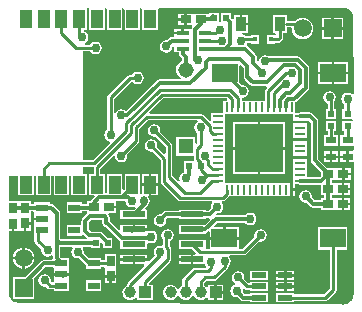
<source format=gtl>
G04*
G04 #@! TF.GenerationSoftware,Altium Limited,Altium Designer,18.0.9 (584)*
G04*
G04 Layer_Physical_Order=1*
G04 Layer_Color=255*
%FSLAX25Y25*%
%MOIN*%
G70*
G01*
G75*
%ADD14C,0.01000*%
%ADD16R,0.01575X0.01575*%
%ADD17R,0.08622X0.06299*%
%ADD18R,0.03543X0.02756*%
%ADD19R,0.03543X0.02362*%
%ADD20R,0.02362X0.01968*%
%ADD21R,0.04800X0.02000*%
%ADD22R,0.02756X0.03543*%
%ADD23R,0.04400X0.01400*%
%ADD24R,0.01968X0.02362*%
%ADD25R,0.03937X0.02362*%
%ADD26R,0.07800X0.02100*%
%ADD27R,0.03937X0.05906*%
%ADD28R,0.01102X0.03347*%
%ADD29R,0.03347X0.01102*%
%ADD30R,0.16142X0.16142*%
%ADD31R,0.03600X0.04800*%
%ADD56C,0.01200*%
%ADD57C,0.05150*%
%ADD58R,0.05150X0.05150*%
%ADD59R,0.03937X0.03937*%
%ADD60C,0.03937*%
%ADD61C,0.05906*%
%ADD62R,0.05906X0.05906*%
%ADD63R,0.05906X0.05906*%
%ADD64C,0.03000*%
G36*
X213013Y199339D02*
X213645Y199077D01*
X214213Y198697D01*
X214697Y198213D01*
X215077Y197645D01*
X215339Y197013D01*
X215472Y196342D01*
Y196067D01*
X215469Y196035D01*
X215471Y196024D01*
X215422Y195779D01*
X215422Y195722D01*
X215472Y195468D01*
X215488Y170705D01*
X215132Y170561D01*
X214988Y170531D01*
X214319Y170978D01*
X213500Y171141D01*
X212681Y170978D01*
X211986Y170514D01*
X211522Y169819D01*
X211359Y169000D01*
X211522Y168181D01*
X211986Y167486D01*
X212379Y167224D01*
Y165553D01*
X211719D01*
Y162384D01*
X215140D01*
X215358Y161916D01*
X214994Y161616D01*
X211719D01*
Y158447D01*
X212379D01*
Y157037D01*
X211128D01*
Y153475D01*
X215499D01*
X215500Y151879D01*
X215147Y151525D01*
X213900D01*
Y149744D01*
Y147963D01*
X215503D01*
X215531Y104122D01*
X215529Y104103D01*
X215488Y103951D01*
X215465Y103621D01*
X215354Y103052D01*
X215164Y102531D01*
X214896Y102047D01*
X214555Y101610D01*
X214150Y101231D01*
X213691Y100921D01*
X213189Y100686D01*
X212923Y100609D01*
X212770Y100529D01*
X212725Y100529D01*
X212605Y100506D01*
X212483Y100511D01*
X212416Y100501D01*
X212281Y100485D01*
X212145Y100475D01*
X212009Y100469D01*
X212007D01*
X211976Y100472D01*
X211964Y100470D01*
X211731Y100518D01*
X104571Y101028D01*
X104539Y101030D01*
X104526Y101029D01*
X104278Y101078D01*
X104276Y101078D01*
X104274Y101078D01*
X104218Y101078D01*
X103968Y101028D01*
X103658D01*
X102987Y101161D01*
X102355Y101423D01*
X101787Y101803D01*
X101303Y102287D01*
X100923Y102855D01*
X100661Y103487D01*
X100528Y104158D01*
Y104500D01*
Y125069D01*
X101600D01*
Y127441D01*
X102400D01*
Y125069D01*
X103547D01*
X103978Y125069D01*
X104454Y125128D01*
X105600D01*
Y127500D01*
X106000D01*
Y127900D01*
X107978D01*
Y129746D01*
X107978Y129872D01*
Y130247D01*
X107978Y130372D01*
Y131517D01*
X108665D01*
X109018Y131163D01*
Y130959D01*
X109018Y130459D01*
Y129400D01*
X111587D01*
Y128600D01*
X109018D01*
Y127541D01*
X109018Y127219D01*
X109018Y126719D01*
Y123479D01*
X109138D01*
Y121740D01*
X109138Y121740D01*
X109224Y121311D01*
X109467Y120947D01*
X111451Y118963D01*
X111359Y118500D01*
X111522Y117681D01*
X111986Y116986D01*
X112681Y116522D01*
X113500Y116359D01*
X114319Y116522D01*
X114777Y116827D01*
X115277Y116560D01*
Y115827D01*
X114979Y115464D01*
X112350D01*
X111882Y115371D01*
X111485Y115105D01*
X105932Y109553D01*
X101947D01*
Y102447D01*
X109053D01*
Y109212D01*
X112857Y113017D01*
X115164D01*
X115518Y112663D01*
Y112459D01*
X115518Y111959D01*
Y110900D01*
X118087D01*
X120655D01*
Y111959D01*
X120655Y112281D01*
X120655Y112781D01*
Y116021D01*
X118036D01*
X117724Y116334D01*
Y119776D01*
X121560D01*
X121827Y119276D01*
X121522Y118819D01*
X121359Y118000D01*
X121522Y117181D01*
X121986Y116486D01*
X122681Y116022D01*
X123500Y115859D01*
X123963Y115951D01*
X126345Y113569D01*
Y112459D01*
X131482D01*
Y113119D01*
X132168D01*
X132522Y112765D01*
X132522Y112253D01*
X132522Y112128D01*
Y110282D01*
X134500D01*
X136478D01*
Y112128D01*
X136478Y112253D01*
Y112628D01*
X136478Y112753D01*
Y117372D01*
X132522D01*
Y115362D01*
X131482D01*
Y116021D01*
X127065D01*
X125549Y117537D01*
X125641Y118000D01*
X125478Y118819D01*
X125173Y119276D01*
X125440Y119776D01*
X127979D01*
Y119219D01*
X131147D01*
Y120862D01*
X131608Y121063D01*
X131916Y120814D01*
Y119219D01*
X135084D01*
Y122781D01*
X133449D01*
X131846Y124384D01*
X131449Y124649D01*
X130981Y124742D01*
X127988D01*
X127224Y125507D01*
Y127833D01*
X128048Y128658D01*
X131745D01*
Y127500D01*
X131838Y127032D01*
X132103Y126635D01*
X132500Y126370D01*
X132968Y126277D01*
X133067Y126296D01*
X137478Y121885D01*
X137800Y121670D01*
Y118850D01*
X146800D01*
Y120721D01*
X147300Y120998D01*
X148000Y120859D01*
X148819Y121022D01*
X149514Y121486D01*
X149978Y122181D01*
X150141Y123000D01*
X149978Y123819D01*
X149514Y124514D01*
X148819Y124978D01*
X148000Y125141D01*
X147300Y125002D01*
X147123Y125100D01*
X142300D01*
Y125500D01*
X141900D01*
Y127150D01*
X137800D01*
Y125677D01*
X137338Y125486D01*
X134334Y128490D01*
X134192Y128585D01*
Y129469D01*
X134099Y129937D01*
X133834Y130334D01*
X133645Y130522D01*
X133852Y131022D01*
X136431D01*
Y132600D01*
X134059D01*
Y133400D01*
X136431D01*
Y134978D01*
X136895Y135065D01*
X139306D01*
X139359Y135000D01*
X139522Y134181D01*
X139986Y133486D01*
X140681Y133022D01*
X141500Y132859D01*
X142319Y133022D01*
X142515Y133153D01*
X142834Y132764D01*
X142220Y132150D01*
X137800D01*
Y128850D01*
X146800D01*
Y132150D01*
X146334D01*
X146142Y132612D01*
X146365Y132835D01*
X146628Y133228D01*
X147014Y133486D01*
X147478Y134181D01*
X147641Y135000D01*
X147478Y135819D01*
X147098Y136388D01*
X147269Y136845D01*
Y140041D01*
X145101D01*
Y137419D01*
X144792Y137249D01*
X144332Y137548D01*
Y143994D01*
X139195D01*
Y138930D01*
X138888Y138681D01*
X138427Y138881D01*
Y143994D01*
X133290D01*
Y137512D01*
X132521D01*
Y143994D01*
X131074D01*
Y145726D01*
X135398Y150049D01*
X135892Y149836D01*
X136022Y149181D01*
X136486Y148486D01*
X137181Y148022D01*
X138000Y147859D01*
X138819Y148022D01*
X139514Y148486D01*
X139978Y149181D01*
X140141Y150000D01*
X140049Y150463D01*
X143793Y154207D01*
X143793Y154207D01*
X144036Y154571D01*
X144122Y155000D01*
X144122Y155000D01*
Y159035D01*
X146965Y161878D01*
X163380D01*
X163531Y161378D01*
X162986Y161014D01*
X162522Y160319D01*
X162359Y159500D01*
X162522Y158681D01*
X162986Y157986D01*
X163378Y157724D01*
Y154134D01*
X163175Y153978D01*
X162675Y154224D01*
Y156379D01*
X156325D01*
Y150030D01*
X162278D01*
Y148923D01*
X162278Y148923D01*
X162321Y148709D01*
X161962Y148294D01*
X161935Y148281D01*
X158979D01*
Y144719D01*
X158601Y144425D01*
X157986Y144014D01*
X157522Y143319D01*
X157359Y142500D01*
X157499Y141794D01*
X157097Y141503D01*
X157087Y141499D01*
X155122Y143465D01*
Y153500D01*
X155122Y153500D01*
X155036Y153929D01*
X154793Y154293D01*
X154793Y154293D01*
X151049Y158037D01*
X151141Y158500D01*
X150978Y159319D01*
X150514Y160014D01*
X149819Y160478D01*
X149000Y160641D01*
X148181Y160478D01*
X147486Y160014D01*
X147022Y159319D01*
X146859Y158500D01*
X147022Y157681D01*
X147486Y156986D01*
X148181Y156522D01*
X149000Y156359D01*
X149463Y156451D01*
X152878Y153035D01*
Y150861D01*
X152417Y150670D01*
X150049Y153037D01*
X150141Y153500D01*
X149978Y154319D01*
X149514Y155014D01*
X148819Y155478D01*
X148000Y155641D01*
X147181Y155478D01*
X146486Y155014D01*
X146022Y154319D01*
X145859Y153500D01*
X146022Y152681D01*
X146486Y151986D01*
X147181Y151522D01*
X148000Y151359D01*
X148463Y151451D01*
X151278Y148635D01*
Y141337D01*
X151278Y141337D01*
X151364Y140908D01*
X151607Y140544D01*
X156944Y135207D01*
X156944Y135207D01*
X157308Y134964D01*
X157737Y134878D01*
X157737Y134878D01*
X168200D01*
X168395Y134378D01*
X168022Y133819D01*
X167859Y133000D01*
X167927Y132657D01*
X166993Y131723D01*
X166200D01*
Y132150D01*
X157200D01*
Y131723D01*
X153000D01*
X152532Y131630D01*
X152135Y131365D01*
X151343Y130573D01*
X151000Y130641D01*
X150181Y130478D01*
X149486Y130014D01*
X149022Y129319D01*
X148859Y128500D01*
X149022Y127681D01*
X149486Y126986D01*
X150181Y126522D01*
X151000Y126359D01*
X151819Y126522D01*
X152514Y126986D01*
X152978Y127681D01*
X153141Y128500D01*
X153073Y128843D01*
X153507Y129277D01*
X157200D01*
Y128850D01*
X166200D01*
Y129277D01*
X167339D01*
X167554Y128857D01*
X167563Y128793D01*
X165920Y127150D01*
X157200D01*
Y123850D01*
X166200D01*
Y124316D01*
X166468Y124370D01*
X166865Y124635D01*
X167056Y124826D01*
X167518Y124635D01*
Y122900D01*
X172029D01*
Y126250D01*
X169133D01*
X168942Y126711D01*
X170007Y127777D01*
X179292D01*
X179486Y127486D01*
X180181Y127022D01*
X181000Y126859D01*
X181819Y127022D01*
X182514Y127486D01*
X182978Y128181D01*
X183141Y129000D01*
X182978Y129819D01*
X182514Y130514D01*
X181819Y130978D01*
X181000Y131141D01*
X180181Y130978D01*
X179486Y130514D01*
X179292Y130224D01*
X170006D01*
X169756Y130724D01*
X169876Y130883D01*
X170000Y130859D01*
X170819Y131022D01*
X171514Y131486D01*
X171978Y132181D01*
X172141Y133000D01*
X171978Y133819D01*
X171605Y134378D01*
X171800Y134878D01*
X172000D01*
X172000Y134878D01*
X172429Y134964D01*
X172793Y135207D01*
X173966Y136380D01*
X173966Y136380D01*
X174077Y136546D01*
X194427D01*
Y138819D01*
Y141092D01*
X172592D01*
Y142491D01*
Y144459D01*
Y146428D01*
Y148396D01*
Y150365D01*
Y152333D01*
Y154302D01*
Y156270D01*
Y158239D01*
Y160207D01*
Y162176D01*
Y163908D01*
X195408D01*
Y162176D01*
Y161758D01*
X197681D01*
X199954D01*
Y161779D01*
X200454Y161969D01*
X201276Y161147D01*
Y148500D01*
X201370Y148032D01*
X201635Y147635D01*
X204628Y144641D01*
Y143359D01*
X204166Y142897D01*
X199954D01*
Y146428D01*
Y149147D01*
X197681D01*
X195408D01*
Y148396D01*
Y146428D01*
Y144459D01*
Y142491D01*
Y141092D01*
X195227D01*
Y139219D01*
X195978D01*
Y140522D01*
X197317D01*
X197681Y140450D01*
X204569D01*
Y137022D01*
X205717D01*
Y135978D01*
X204569D01*
Y135223D01*
X202507D01*
X201573Y136157D01*
X201641Y136500D01*
X201478Y137319D01*
X201014Y138014D01*
X200319Y138478D01*
X199500Y138641D01*
X198681Y138478D01*
X197986Y138014D01*
X197522Y137319D01*
X197359Y136500D01*
X197522Y135681D01*
X197986Y134986D01*
X198681Y134522D01*
X199500Y134359D01*
X199843Y134427D01*
X201135Y133135D01*
X201532Y132870D01*
X202000Y132776D01*
X204569D01*
Y132022D01*
X209187D01*
X209313Y132022D01*
X209687D01*
X209813Y132022D01*
X211659D01*
Y134000D01*
Y135978D01*
X209813D01*
X209687Y135978D01*
X209313D01*
X209187Y135978D01*
X208164D01*
Y137022D01*
X209187D01*
X209313Y137022D01*
X209687D01*
X209813Y137022D01*
X211659D01*
Y139000D01*
Y140978D01*
X209813D01*
X209687Y140978D01*
X209313D01*
X209187Y140978D01*
X208224D01*
Y142022D01*
X209246D01*
X209372Y142022D01*
X209747D01*
X209872Y142022D01*
X211718D01*
Y144000D01*
Y145978D01*
X209872D01*
X209747Y145978D01*
X209372D01*
X209246Y145978D01*
X206752D01*
X203724Y149007D01*
Y161654D01*
X203630Y162122D01*
X203365Y162519D01*
X201692Y164192D01*
X201295Y164457D01*
X200827Y164550D01*
X197681D01*
X197317Y164478D01*
X195978D01*
Y167880D01*
X196200Y167924D01*
X196597Y168189D01*
X200365Y171958D01*
X200630Y172355D01*
X200724Y172823D01*
Y179364D01*
X200630Y179832D01*
X200365Y180229D01*
X197729Y182865D01*
X197332Y183130D01*
X196864Y183223D01*
X187200D01*
X186819Y183478D01*
X186000Y183641D01*
X185181Y183478D01*
X184486Y183014D01*
X184022Y182319D01*
X183919Y181802D01*
X183400Y181570D01*
X183174Y181735D01*
Y183095D01*
X183081Y183563D01*
X182816Y183960D01*
X180211Y186565D01*
X179814Y186830D01*
X179905Y187322D01*
X180078Y187581D01*
X180106Y187718D01*
X181167D01*
Y187453D01*
X183941D01*
Y190227D01*
X181167D01*
Y189962D01*
X179543D01*
X178919Y190378D01*
X178307Y190500D01*
X178356Y191000D01*
X180450D01*
Y193600D01*
X178050D01*
Y194000D01*
X177650D01*
Y197000D01*
X175650D01*
Y195739D01*
X175215Y195583D01*
X175150Y195580D01*
X174584Y196146D01*
Y197781D01*
X171416D01*
Y194983D01*
X170935Y194522D01*
X170685Y194534D01*
X170647Y194581D01*
Y197781D01*
X167479D01*
Y197505D01*
X166990Y197478D01*
Y197478D01*
X162372D01*
X162247Y197478D01*
X161872D01*
X161747Y197478D01*
X159900D01*
Y195500D01*
Y193522D01*
X161588D01*
X161771Y193181D01*
X161808Y193022D01*
X161582Y192683D01*
X161300Y192300D01*
X158900D01*
Y191000D01*
X158500D01*
Y190600D01*
X155700D01*
Y189623D01*
X154900D01*
X154432Y189530D01*
X154035Y189265D01*
X153343Y188573D01*
X153000Y188641D01*
X152181Y188478D01*
X151486Y188014D01*
X151022Y187319D01*
X150859Y186500D01*
X151022Y185681D01*
X151486Y184986D01*
X152181Y184522D01*
X153000Y184359D01*
X153819Y184522D01*
X154514Y184986D01*
X154978Y185681D01*
X155132Y186456D01*
X155168Y186519D01*
X155200Y186540D01*
X155700Y186277D01*
Y184500D01*
X157276D01*
Y184000D01*
X157370Y183532D01*
X157635Y183135D01*
X158276Y182493D01*
Y181725D01*
X157899Y181569D01*
X157236Y181060D01*
X156727Y180396D01*
X156407Y179624D01*
X156298Y178795D01*
X156407Y177966D01*
X156727Y177194D01*
X157236Y176531D01*
X157877Y176039D01*
X157880Y175988D01*
X157699Y175539D01*
X150886D01*
X150418Y175446D01*
X150021Y175181D01*
X139824Y164983D01*
X139514Y165014D01*
X138819Y165478D01*
X138000Y165641D01*
X137181Y165478D01*
X136486Y165014D01*
X136122Y164469D01*
X135622Y164620D01*
Y169035D01*
X141288Y174702D01*
X141872Y174656D01*
X141986Y174486D01*
X142681Y174022D01*
X143500Y173859D01*
X144319Y174022D01*
X145014Y174486D01*
X145478Y175181D01*
X145641Y176000D01*
X145478Y176819D01*
X145014Y177514D01*
X144319Y177978D01*
X143500Y178141D01*
X142681Y177978D01*
X141986Y177514D01*
X141724Y177122D01*
X141000D01*
X141000Y177122D01*
X140571Y177036D01*
X140207Y176793D01*
X140207Y176793D01*
X133707Y170293D01*
X133464Y169929D01*
X133378Y169500D01*
X133378Y169500D01*
Y158776D01*
X132986Y158514D01*
X132522Y157819D01*
X132359Y157000D01*
X132522Y156181D01*
X132986Y155486D01*
X133681Y155022D01*
X134138Y154931D01*
X134302Y154388D01*
X128535Y148622D01*
X125515D01*
X125162Y148976D01*
X125238Y184878D01*
X127724D01*
X127986Y184486D01*
X128681Y184022D01*
X129500Y183859D01*
X130319Y184022D01*
X131014Y184486D01*
X131478Y185181D01*
X131641Y186000D01*
X131478Y186819D01*
X131014Y187514D01*
X130319Y187978D01*
X129500Y188141D01*
X128681Y187978D01*
X127986Y187514D01*
X127724Y187122D01*
X126120D01*
X125969Y187622D01*
X126514Y187986D01*
X126978Y188681D01*
X127141Y189500D01*
X126978Y190319D01*
X126514Y191014D01*
X125819Y191478D01*
X125678Y191506D01*
X125727Y192006D01*
X126616D01*
Y199112D01*
X126668Y199168D01*
X127332D01*
X127384Y199112D01*
X127384Y198972D01*
Y192006D01*
X132521D01*
Y198972D01*
X132521Y199112D01*
X132574Y199168D01*
X132871D01*
X133290Y198689D01*
Y192006D01*
X138427D01*
Y198972D01*
X138427Y199112D01*
X138479Y199168D01*
X138776D01*
X139195Y198689D01*
Y192006D01*
X144332D01*
Y198972D01*
X144332Y199112D01*
X144385Y199168D01*
X144682D01*
X145101Y198689D01*
Y192006D01*
X150238D01*
Y198972D01*
X150238Y199112D01*
X150575Y199472D01*
X211433D01*
X211465Y199469D01*
X211476Y199471D01*
X211722Y199422D01*
X211778D01*
X212032Y199472D01*
X212342D01*
X213013Y199339D01*
D02*
G37*
G36*
X178927Y179343D02*
Y176350D01*
X179020Y175881D01*
X179285Y175485D01*
X181135Y173635D01*
X181532Y173370D01*
X182000Y173276D01*
X186306D01*
X186523Y172786D01*
X186160Y172423D01*
X185917Y172059D01*
X185831Y171630D01*
X185831Y171630D01*
Y168454D01*
X178405D01*
X178262Y168954D01*
X178469Y169307D01*
X178704Y169399D01*
X179319Y169522D01*
X180014Y169986D01*
X180478Y170681D01*
X180641Y171500D01*
X180478Y172319D01*
X180014Y173014D01*
X179319Y173478D01*
X178500Y173641D01*
X178154Y173572D01*
X177471Y174255D01*
Y180145D01*
X177933Y180337D01*
X178927Y179343D01*
D02*
G37*
G36*
X173479Y168908D02*
X173283Y168454D01*
X172022D01*
Y164478D01*
X168046D01*
Y161871D01*
X167584Y161679D01*
X165470Y163793D01*
X165106Y164036D01*
X164677Y164122D01*
X164677Y164122D01*
X147598D01*
X147407Y164584D01*
X152052Y169229D01*
X173217D01*
X173479Y168908D01*
D02*
G37*
G36*
X128831Y146190D02*
X128831Y146190D01*
Y143994D01*
X127384D01*
Y136888D01*
X129005D01*
X129196Y136426D01*
X127748Y134978D01*
X126569D01*
Y133964D01*
X124982D01*
Y134521D01*
X119845D01*
Y130959D01*
X124982D01*
Y131517D01*
X126569D01*
Y131022D01*
X126569Y131022D01*
X126486Y130556D01*
X125135Y129205D01*
X124870Y128808D01*
X124776Y128340D01*
Y127041D01*
X119845D01*
Y123479D01*
X124982D01*
Y123581D01*
X125482Y123788D01*
X126546Y122723D01*
X126491Y122444D01*
X126360Y122223D01*
X118007D01*
X117724Y122507D01*
Y131000D01*
X117630Y131468D01*
X117365Y131865D01*
X115625Y133605D01*
X115228Y133871D01*
X114760Y133964D01*
X114155D01*
Y134521D01*
X109018D01*
Y133964D01*
X107978D01*
Y134990D01*
X104022D01*
Y134990D01*
X103978Y134931D01*
X100528D01*
Y143350D01*
X103762D01*
Y136888D01*
X108899D01*
Y143350D01*
X109668D01*
Y136888D01*
X114805D01*
Y143350D01*
X115573D01*
Y136888D01*
X120710D01*
Y143350D01*
X121479D01*
Y136888D01*
X126616D01*
Y143994D01*
X125505D01*
X125152Y144348D01*
X125156Y146378D01*
X128677D01*
X128831Y146190D01*
D02*
G37*
%LPC*%
G36*
X159100Y197478D02*
X157128D01*
Y195900D01*
X159100D01*
Y197478D01*
D02*
G37*
G36*
X180450Y197000D02*
X178450D01*
Y194400D01*
X180450D01*
Y197000D01*
D02*
G37*
G36*
X159100Y195100D02*
X157128D01*
Y193522D01*
X159100D01*
Y195100D01*
D02*
G37*
G36*
X212053Y196053D02*
X208900D01*
Y192900D01*
X212053D01*
Y196053D01*
D02*
G37*
G36*
X208100D02*
X204947D01*
Y192900D01*
X208100D01*
Y196053D01*
D02*
G37*
G36*
X158100Y192300D02*
X155700D01*
Y191400D01*
X158100D01*
Y192300D01*
D02*
G37*
G36*
X212053Y192100D02*
X208900D01*
Y188947D01*
X212053D01*
Y192100D01*
D02*
G37*
G36*
X208100D02*
X204947D01*
Y188947D01*
X208100D01*
Y192100D01*
D02*
G37*
G36*
X193350Y197000D02*
X188550D01*
Y191000D01*
X189440D01*
X189793Y190646D01*
X189793Y190500D01*
X189453Y190227D01*
X186679D01*
Y187453D01*
X189453D01*
Y187718D01*
X190360D01*
X190360Y187718D01*
X190789Y187804D01*
X191153Y188047D01*
X191743Y188637D01*
X191743Y188637D01*
X191986Y189001D01*
X192072Y189430D01*
X192072Y189430D01*
Y191000D01*
X193350D01*
Y192878D01*
X194587D01*
X194917Y192502D01*
X194917Y192500D01*
X195039Y191573D01*
X195397Y190708D01*
X195966Y189966D01*
X196708Y189397D01*
X197573Y189039D01*
X198500Y188917D01*
X199427Y189039D01*
X200292Y189397D01*
X201034Y189966D01*
X201603Y190708D01*
X201961Y191573D01*
X202083Y192500D01*
X201961Y193427D01*
X201603Y194292D01*
X201034Y195034D01*
X200292Y195603D01*
X199427Y195961D01*
X198500Y196083D01*
X197573Y195961D01*
X196708Y195603D01*
X196080Y195122D01*
X193350D01*
Y197000D01*
D02*
G37*
G36*
X213613Y181330D02*
X209102D01*
Y177980D01*
X213613D01*
Y181330D01*
D02*
G37*
G36*
X208302D02*
X203791D01*
Y177980D01*
X208302D01*
Y181330D01*
D02*
G37*
G36*
X213613Y177180D02*
X209102D01*
Y173830D01*
X213613D01*
Y177180D01*
D02*
G37*
G36*
X208302D02*
X203791D01*
Y173830D01*
X208302D01*
Y177180D01*
D02*
G37*
G36*
X207500Y171641D02*
X206681Y171478D01*
X205986Y171014D01*
X205522Y170319D01*
X205359Y169500D01*
X205522Y168681D01*
X205986Y167986D01*
X206681Y167522D01*
X206878Y167482D01*
Y165553D01*
X206219D01*
Y162384D01*
X209781D01*
Y165553D01*
X209121D01*
Y168147D01*
X209478Y168681D01*
X209641Y169500D01*
X209478Y170319D01*
X209014Y171014D01*
X208319Y171478D01*
X207500Y171641D01*
D02*
G37*
G36*
X199954Y160958D02*
X197681D01*
X195408D01*
Y160207D01*
Y158239D01*
Y156270D01*
Y155853D01*
X197681D01*
X199954D01*
Y158239D01*
Y160958D01*
D02*
G37*
G36*
X209781Y161616D02*
X206219D01*
Y158447D01*
X206878D01*
Y157037D01*
X205628D01*
Y153475D01*
X210372D01*
Y157037D01*
X209121D01*
Y158447D01*
X209781D01*
Y161616D01*
D02*
G37*
G36*
X192671Y161171D02*
X184400D01*
Y152900D01*
X192671D01*
Y161171D01*
D02*
G37*
G36*
X183600D02*
X175329D01*
Y152900D01*
X183600D01*
Y161171D01*
D02*
G37*
G36*
X210372Y151525D02*
X208400D01*
Y150144D01*
X210372D01*
Y151525D01*
D02*
G37*
G36*
X213100D02*
X211128D01*
Y150144D01*
X213100D01*
Y151525D01*
D02*
G37*
G36*
X207600D02*
X205628D01*
Y150144D01*
X207600D01*
Y151525D01*
D02*
G37*
G36*
X199954Y155053D02*
X197681D01*
X195408D01*
Y154302D01*
Y152333D01*
Y150365D01*
Y149947D01*
X197681D01*
X199954D01*
Y150365D01*
Y154302D01*
Y155053D01*
D02*
G37*
G36*
X213100Y149344D02*
X211128D01*
Y147963D01*
X213100D01*
Y149344D01*
D02*
G37*
G36*
X210372D02*
X208400D01*
Y147963D01*
X210372D01*
Y149344D01*
D02*
G37*
G36*
X207600D02*
X205628D01*
Y147963D01*
X207600D01*
Y149344D01*
D02*
G37*
G36*
X212518Y145978D02*
Y144400D01*
X214490D01*
Y145978D01*
X212518D01*
D02*
G37*
G36*
X192671Y152100D02*
X184400D01*
Y143829D01*
X192671D01*
Y152100D01*
D02*
G37*
G36*
X183600D02*
X175329D01*
Y143829D01*
X183600D01*
Y152100D01*
D02*
G37*
G36*
X214490Y143600D02*
X212518D01*
Y142022D01*
X214490D01*
Y143600D01*
D02*
G37*
G36*
X150238Y143994D02*
X148069D01*
Y140841D01*
X150238D01*
Y143994D01*
D02*
G37*
G36*
X147269D02*
X145101D01*
Y140841D01*
X147269D01*
Y143994D01*
D02*
G37*
G36*
X212459Y140978D02*
Y139400D01*
X214431D01*
Y140978D01*
X212459D01*
D02*
G37*
G36*
X214431Y138600D02*
X212459D01*
Y137022D01*
X214431D01*
Y138600D01*
D02*
G37*
G36*
X150238Y140041D02*
X148069D01*
Y136888D01*
X150238D01*
Y140041D01*
D02*
G37*
G36*
X195978Y138419D02*
X195227D01*
Y136546D01*
X195978D01*
Y138419D01*
D02*
G37*
G36*
X212459Y135978D02*
Y134400D01*
X214431D01*
Y135978D01*
X212459D01*
D02*
G37*
G36*
X214431Y133600D02*
X212459D01*
Y132022D01*
X214431D01*
Y133600D01*
D02*
G37*
G36*
X146800Y127150D02*
X142700D01*
Y125900D01*
X146800D01*
Y127150D01*
D02*
G37*
G36*
X107978Y127100D02*
X106400D01*
Y125128D01*
X107978D01*
Y127100D01*
D02*
G37*
G36*
X177340Y126250D02*
X172829D01*
Y122900D01*
X177340D01*
Y126250D01*
D02*
G37*
G36*
X153500Y125641D02*
X152681Y125478D01*
X151986Y125014D01*
X151522Y124319D01*
X151359Y123500D01*
X151522Y122681D01*
X151978Y121997D01*
Y120427D01*
X151478Y120046D01*
X151000Y120141D01*
X150181Y119978D01*
X149486Y119514D01*
X149022Y118819D01*
X148859Y118000D01*
X149022Y117181D01*
X149251Y116837D01*
X147262Y114848D01*
X146800Y115039D01*
Y115100D01*
X142700D01*
Y113850D01*
X145611D01*
X145802Y113388D01*
X140207Y107793D01*
X139964Y107429D01*
X139878Y107000D01*
X139878Y107000D01*
Y106816D01*
X139705Y106744D01*
X139168Y106332D01*
X138756Y105795D01*
X138498Y105171D01*
X138409Y104500D01*
X138498Y103830D01*
X138756Y103205D01*
X139168Y102668D01*
X139705Y102256D01*
X140330Y101998D01*
X141000Y101909D01*
X141671Y101998D01*
X142295Y102256D01*
X142832Y102668D01*
X142931Y102798D01*
X143431Y102628D01*
Y101932D01*
X148568D01*
Y107069D01*
X147201D01*
X147155Y107569D01*
X154393Y114807D01*
X154393Y114807D01*
X154636Y115171D01*
X154722Y115600D01*
Y119077D01*
X154722Y119077D01*
X154636Y119506D01*
X154393Y119870D01*
X154393Y119870D01*
X154222Y120042D01*
Y121502D01*
X154319Y121522D01*
X155014Y121986D01*
X155478Y122681D01*
X155641Y123500D01*
X155478Y124319D01*
X155014Y125014D01*
X154319Y125478D01*
X153500Y125641D01*
D02*
G37*
G36*
X184500D02*
X183681Y125478D01*
X182986Y125014D01*
X182522Y124319D01*
X182359Y123500D01*
X182451Y123037D01*
X178535Y119122D01*
X177340D01*
Y122100D01*
X172429D01*
X167518D01*
Y119122D01*
X166200D01*
Y122150D01*
X157200D01*
Y118850D01*
X161764D01*
X162964Y117650D01*
X162757Y117150D01*
X162100D01*
Y115500D01*
Y113850D01*
X165988D01*
X166022Y113681D01*
X166395Y113122D01*
X166222Y112677D01*
X166174Y112622D01*
X162500D01*
X162500Y112622D01*
X162071Y112536D01*
X161707Y112293D01*
X158707Y109293D01*
X158464Y108929D01*
X158378Y108500D01*
X158378Y108500D01*
Y106816D01*
X158205Y106744D01*
X157668Y106332D01*
X157275Y105819D01*
X157005Y105780D01*
X156995D01*
X156725Y105819D01*
X156332Y106332D01*
X155795Y106744D01*
X155171Y107002D01*
X154500Y107091D01*
X153830Y107002D01*
X153205Y106744D01*
X152668Y106332D01*
X152256Y105795D01*
X151998Y105171D01*
X151909Y104500D01*
X151998Y103830D01*
X152256Y103205D01*
X152668Y102668D01*
X153205Y102256D01*
X153830Y101998D01*
X154500Y101909D01*
X155171Y101998D01*
X155795Y102256D01*
X156332Y102668D01*
X156725Y103181D01*
X156995Y103220D01*
X157005D01*
X157275Y103181D01*
X157668Y102668D01*
X158205Y102256D01*
X158829Y101998D01*
X159500Y101909D01*
X160170Y101998D01*
X160795Y102256D01*
X161332Y102668D01*
X161725Y103181D01*
X161995Y103220D01*
X162005D01*
X162275Y103181D01*
X162668Y102668D01*
X163205Y102256D01*
X163830Y101998D01*
X164500Y101909D01*
X165171Y101998D01*
X165795Y102256D01*
X166332Y102668D01*
X166431Y102798D01*
X166931Y102628D01*
Y101932D01*
X169100D01*
Y104500D01*
Y107069D01*
X166931D01*
Y106372D01*
X166431Y106202D01*
X166332Y106332D01*
X165795Y106744D01*
X165622Y106816D01*
Y107535D01*
X166465Y108378D01*
X169000D01*
X169000Y108378D01*
X169429Y108464D01*
X169793Y108707D01*
X173293Y112207D01*
X173293Y112207D01*
X173536Y112571D01*
X173622Y113000D01*
X173622Y113000D01*
Y113114D01*
X174014Y113376D01*
X174478Y114071D01*
X174641Y114890D01*
X174478Y115709D01*
X174031Y116378D01*
X174061Y116521D01*
X174204Y116878D01*
X179000D01*
X179000Y116878D01*
X179429Y116964D01*
X179793Y117207D01*
X184037Y121451D01*
X184500Y121359D01*
X185319Y121522D01*
X186014Y121986D01*
X186478Y122681D01*
X186641Y123500D01*
X186478Y124319D01*
X186014Y125014D01*
X185319Y125478D01*
X184500Y125641D01*
D02*
G37*
G36*
X105900Y119531D02*
Y116400D01*
X109031D01*
X108961Y116927D01*
X108603Y117792D01*
X108034Y118534D01*
X107292Y119103D01*
X106427Y119461D01*
X105900Y119531D01*
D02*
G37*
G36*
X105100D02*
X104573Y119461D01*
X103708Y119103D01*
X102966Y118534D01*
X102397Y117792D01*
X102039Y116927D01*
X101969Y116400D01*
X105100D01*
Y119531D01*
D02*
G37*
G36*
X161300Y117150D02*
X157200D01*
Y115900D01*
X161300D01*
Y117150D01*
D02*
G37*
G36*
X146800D02*
X142700D01*
Y115900D01*
X146800D01*
Y117150D01*
D02*
G37*
G36*
X141900D02*
X137800D01*
Y115900D01*
X141900D01*
Y117150D01*
D02*
G37*
G36*
X161300Y115100D02*
X157200D01*
Y113850D01*
X161300D01*
Y115100D01*
D02*
G37*
G36*
X141900D02*
X137800D01*
Y113850D01*
X141900D01*
Y115100D01*
D02*
G37*
G36*
X109031Y115600D02*
X105900D01*
Y112469D01*
X106427Y112539D01*
X107292Y112897D01*
X108034Y113466D01*
X108603Y114208D01*
X108961Y115073D01*
X109031Y115600D01*
D02*
G37*
G36*
X105100D02*
X101969D01*
X102039Y115073D01*
X102397Y114208D01*
X102966Y113466D01*
X103708Y112897D01*
X104573Y112539D01*
X105100Y112469D01*
Y115600D01*
D02*
G37*
G36*
X195800Y111800D02*
X193200D01*
Y110600D01*
X195800D01*
Y111800D01*
D02*
G37*
G36*
X192400D02*
X189800D01*
Y110600D01*
X192400D01*
Y111800D01*
D02*
G37*
G36*
X195800Y109800D02*
X193200D01*
Y108600D01*
X195800D01*
Y109800D01*
D02*
G37*
G36*
X192400D02*
X189800D01*
Y108600D01*
X192400D01*
Y109800D01*
D02*
G37*
G36*
X187000Y111800D02*
X181000D01*
Y108600D01*
X187000D01*
Y111800D01*
D02*
G37*
G36*
X136478Y109482D02*
X134900D01*
Y107510D01*
X136478D01*
Y109482D01*
D02*
G37*
G36*
X134100D02*
X132522D01*
Y107510D01*
X134100D01*
Y109482D01*
D02*
G37*
G36*
X195800Y108100D02*
X193200D01*
Y106900D01*
X195800D01*
Y108100D01*
D02*
G37*
G36*
X192400D02*
X189800D01*
Y106900D01*
X192400D01*
Y108100D01*
D02*
G37*
G36*
X131482Y108541D02*
X126345D01*
Y104979D01*
X131482D01*
Y108541D01*
D02*
G37*
G36*
X112500Y110641D02*
X111681Y110478D01*
X110986Y110014D01*
X110522Y109319D01*
X110359Y108500D01*
X110522Y107681D01*
X110986Y106986D01*
X111681Y106522D01*
X112500Y106359D01*
X112963Y106451D01*
X113447Y105967D01*
X113447Y105967D01*
X113811Y105724D01*
X114240Y105638D01*
X115518D01*
Y104979D01*
X120655D01*
Y108219D01*
X120655Y108541D01*
X120655Y109041D01*
Y110100D01*
X118087D01*
X115518D01*
Y109041D01*
X115518Y108719D01*
X115518Y108235D01*
X115408Y108124D01*
X114775Y108148D01*
X114610Y108342D01*
X114641Y108500D01*
X114478Y109319D01*
X114014Y110014D01*
X113319Y110478D01*
X112500Y110641D01*
D02*
G37*
G36*
X172069Y107069D02*
X169900D01*
Y104900D01*
X172069D01*
Y107069D01*
D02*
G37*
G36*
X195800Y106100D02*
X193200D01*
Y104900D01*
X195800D01*
Y106100D01*
D02*
G37*
G36*
X192400D02*
X189800D01*
Y104900D01*
X192400D01*
Y106100D01*
D02*
G37*
G36*
X177000Y111641D02*
X176181Y111478D01*
X175486Y111014D01*
X175022Y110319D01*
X174859Y109500D01*
X175022Y108681D01*
X175486Y107986D01*
X176105Y107572D01*
X176110Y107264D01*
X176052Y107052D01*
X175681Y106978D01*
X174986Y106514D01*
X174522Y105819D01*
X174359Y105000D01*
X174522Y104181D01*
X174986Y103486D01*
X175681Y103022D01*
X176500Y102859D01*
X176843Y102927D01*
X177835Y101935D01*
X178232Y101670D01*
X178700Y101576D01*
X181000D01*
Y101200D01*
X187000D01*
Y104400D01*
X181000D01*
Y104024D01*
X179207D01*
X178573Y104657D01*
X178641Y105000D01*
X178501Y105706D01*
X178903Y105997D01*
X178913Y106001D01*
X179207Y105707D01*
X179571Y105464D01*
X180000Y105378D01*
X180000Y105378D01*
X181000D01*
Y104900D01*
X187000D01*
Y108100D01*
X181000D01*
Y107622D01*
X180465D01*
X179049Y109037D01*
X179141Y109500D01*
X178978Y110319D01*
X178514Y111014D01*
X177819Y111478D01*
X177000Y111641D01*
D02*
G37*
G36*
X213482Y126250D02*
X203660D01*
Y118750D01*
X207608D01*
Y105955D01*
X205575Y103922D01*
X195800D01*
Y104400D01*
X189800D01*
Y101200D01*
X195800D01*
Y101678D01*
X206040D01*
X206040Y101678D01*
X206469Y101764D01*
X206833Y102007D01*
X209523Y104697D01*
X209523Y104697D01*
X209766Y105061D01*
X209852Y105490D01*
Y118750D01*
X213482D01*
Y126250D01*
D02*
G37*
G36*
X172069Y104100D02*
X169900D01*
Y101932D01*
X172069D01*
Y104100D01*
D02*
G37*
%LPD*%
D14*
X190360Y188840D02*
X190950Y189430D01*
X188066Y188840D02*
X190360D01*
X178100Y188400D02*
X178540Y188840D01*
X182554D01*
X190950Y189430D02*
Y194000D01*
X192950D02*
X199000D01*
X190950D02*
Y194500D01*
X170000Y191500D02*
X171000D01*
X208571Y122500D02*
X208730Y122341D01*
Y105490D02*
Y122341D01*
X206040Y102800D02*
X208730Y105490D01*
X192800Y102800D02*
X206040D01*
X177110Y166181D02*
Y169213D01*
X174373Y171950D02*
X177110Y169213D01*
X175142Y166181D02*
Y168919D01*
X173710Y170350D02*
X175142Y168919D01*
X151588Y170350D02*
X173710D01*
X178500Y171500D02*
Y171640D01*
X172560Y177580D02*
X178500Y171640D01*
X172500Y113000D02*
Y114890D01*
X207000Y194000D02*
X209000D01*
X141300Y125000D02*
X142300Y126000D01*
Y116000D02*
X145000D01*
X153600Y115600D02*
Y119077D01*
X146000Y108000D02*
X153600Y115600D01*
X168523Y157405D02*
X169500D01*
X167546Y158383D02*
X168523Y157405D01*
X150925Y171950D02*
X174373D01*
X163400Y152400D02*
X164500Y153500D01*
X163400Y148923D02*
Y152400D01*
X164500Y146500D02*
Y147823D01*
X163400Y148923D02*
X164500Y147823D01*
X124047Y190453D02*
X125000Y189500D01*
X118142Y190858D02*
X123000Y186000D01*
X180000Y106500D02*
X184000D01*
X177000Y109500D02*
X180000Y106500D01*
X179000Y118000D02*
X184500Y123500D01*
X213500Y155256D02*
Y160031D01*
X208000Y155256D02*
Y160031D01*
X167546Y158383D02*
Y160131D01*
X164677Y163000D02*
X167546Y160131D01*
X159400Y137600D02*
X164277D01*
X168350Y141673D01*
X170319D01*
X157737Y136000D02*
X172000D01*
X166000Y149500D02*
Y150000D01*
X168508Y145610D02*
X170319D01*
X167110Y147008D02*
X168508Y145610D01*
X165000Y142000D02*
X166642Y143642D01*
X146500Y163000D02*
X164677D01*
X143000Y159500D02*
X146500Y163000D01*
X154000Y143000D02*
Y153500D01*
X152400Y141337D02*
Y149100D01*
X148000Y153500D02*
X152400Y149100D01*
Y141337D02*
X157737Y136000D01*
X154000Y143000D02*
X159400Y137600D01*
X164500Y153500D02*
Y159500D01*
X153200Y123500D02*
X153500D01*
X166000Y149500D02*
X167110Y148390D01*
X164500Y145468D02*
X166327Y143642D01*
X164500Y145468D02*
Y146500D01*
X153100Y119577D02*
X153600Y119077D01*
X141000Y107000D02*
X151000Y117000D01*
Y118000D01*
X153100Y119577D02*
Y123400D01*
X149000Y158500D02*
X154000Y153500D01*
X146000Y104500D02*
Y108000D01*
X153100Y123400D02*
X153200Y123500D01*
X133740Y114240D02*
X134500Y115000D01*
X128913Y114240D02*
X133740D01*
X141400Y160163D02*
X151588Y170350D01*
X139800Y160826D02*
X150925Y171950D01*
X172000Y136000D02*
X173173Y137173D01*
X127260Y114240D02*
X128913D01*
X123500Y118000D02*
X127260Y114240D01*
X134500Y157000D02*
Y169500D01*
X129953Y146190D02*
X141400Y157637D01*
X129000Y147500D02*
X139800Y158300D01*
X134500Y169500D02*
X141000Y176000D01*
X139800Y158300D02*
Y160826D01*
X143000Y155000D02*
Y159500D01*
X141400Y157637D02*
Y160163D01*
X138000Y150000D02*
X143000Y155000D01*
X110260Y121740D02*
X113500Y118500D01*
X110260Y121740D02*
Y125260D01*
X111587D01*
X112500Y108500D02*
X114240Y106760D01*
X141000Y176000D02*
X143500D01*
X123000Y186000D02*
X129500D01*
X208000Y163969D02*
Y169000D01*
X207500Y169500D02*
X208000Y169000D01*
X192000Y174000D02*
X193000D01*
X192823Y177500D02*
X195000D01*
X186953Y166181D02*
Y171630D01*
X192823Y177500D01*
X147669Y140441D02*
X148100Y140010D01*
X188921Y170921D02*
X192000Y174000D01*
X188921Y166181D02*
Y170921D01*
X213500Y163969D02*
Y169000D01*
X212059Y143941D02*
X212118Y144000D01*
X166100Y188400D02*
X171600D01*
X171000Y191500D02*
Y192000D01*
X164200Y118000D02*
X179000D01*
X161700Y120500D02*
X164200Y118000D01*
X169500Y191000D02*
X170000Y191500D01*
X166100Y191000D02*
X169500D01*
X167110Y147008D02*
Y148390D01*
X166327Y143642D02*
X166642D01*
X170319D01*
X162500Y111500D02*
X167000D01*
X159500Y108500D02*
X162500Y111500D01*
X168000Y112500D02*
Y114500D01*
X167000Y111500D02*
X168000Y112500D01*
X159500Y104500D02*
Y108500D01*
X169000Y109500D02*
X172500Y113000D01*
X166000Y109500D02*
X169000D01*
X164500Y108000D02*
X166000Y109500D01*
X164500Y104500D02*
Y108000D01*
X141000Y104500D02*
Y107000D01*
X114000Y147500D02*
X129000D01*
X112236Y145736D02*
X114000Y147500D01*
X114240Y106760D02*
X118087D01*
X105941Y127441D02*
X106000Y127500D01*
X173173Y137173D02*
Y138819D01*
X129953Y140441D02*
Y146190D01*
X118087Y110500D02*
X118705Y109882D01*
X118142Y190858D02*
Y195559D01*
X124047Y190453D02*
Y195559D01*
X112236Y140941D02*
Y145736D01*
Y140941D02*
X112500Y141205D01*
D16*
X188066Y188840D02*
D03*
X182554D02*
D03*
D17*
X208702Y177580D02*
D03*
X172560D02*
D03*
X208571Y122500D02*
D03*
X172429D02*
D03*
D18*
X206941Y134000D02*
D03*
X212059D02*
D03*
X207000Y144000D02*
D03*
X212118D02*
D03*
X206941Y139000D02*
D03*
X212059D02*
D03*
X159500Y195500D02*
D03*
X164618D02*
D03*
X128941Y133000D02*
D03*
X134059D02*
D03*
D19*
X208000Y149744D02*
D03*
Y155256D02*
D03*
X213500Y149744D02*
D03*
Y155256D02*
D03*
D20*
X208000Y160031D02*
D03*
Y163969D02*
D03*
X213500Y160031D02*
D03*
Y163969D02*
D03*
D21*
X184000Y102800D02*
D03*
Y106500D02*
D03*
Y110200D02*
D03*
X192800D02*
D03*
Y106500D02*
D03*
Y102800D02*
D03*
D22*
X134500Y115000D02*
D03*
Y109882D02*
D03*
X102000Y132559D02*
D03*
Y127441D02*
D03*
X106000Y132618D02*
D03*
Y127500D02*
D03*
D23*
X158500Y191000D02*
D03*
Y188400D02*
D03*
Y185800D02*
D03*
X166100D02*
D03*
Y188400D02*
D03*
Y191000D02*
D03*
D24*
X164500Y146500D02*
D03*
X160563D02*
D03*
X169063Y196000D02*
D03*
X173000D02*
D03*
X133500Y121000D02*
D03*
X129563D02*
D03*
D25*
X128913Y114240D02*
D03*
Y106760D02*
D03*
X118087D02*
D03*
Y110500D02*
D03*
Y114240D02*
D03*
X122413Y132740D02*
D03*
Y125260D02*
D03*
X111587D02*
D03*
Y129000D02*
D03*
Y132740D02*
D03*
D26*
X142300Y130500D02*
D03*
Y125500D02*
D03*
Y120500D02*
D03*
Y115500D02*
D03*
X161700D02*
D03*
Y120500D02*
D03*
Y125500D02*
D03*
Y130500D02*
D03*
D27*
X106331Y140441D02*
D03*
X112236D02*
D03*
X118142D02*
D03*
X124047D02*
D03*
X129953D02*
D03*
X135858D02*
D03*
X141764D02*
D03*
X147669D02*
D03*
Y195559D02*
D03*
X141764D02*
D03*
X135858D02*
D03*
X129953D02*
D03*
X124047D02*
D03*
X118142D02*
D03*
X112236D02*
D03*
X106331D02*
D03*
D28*
X194827Y166181D02*
D03*
X192858D02*
D03*
X190890D02*
D03*
X188921D02*
D03*
X186953D02*
D03*
X184984D02*
D03*
X183016D02*
D03*
X181047D02*
D03*
X179079D02*
D03*
X177110D02*
D03*
X175142D02*
D03*
X173173D02*
D03*
Y138819D02*
D03*
X175142D02*
D03*
X177110D02*
D03*
X179079D02*
D03*
X181047D02*
D03*
X183016D02*
D03*
X184984D02*
D03*
X186953D02*
D03*
X188921D02*
D03*
X190890D02*
D03*
X192858D02*
D03*
X194827D02*
D03*
D29*
X170319Y163327D02*
D03*
Y161358D02*
D03*
Y159390D02*
D03*
Y157421D02*
D03*
Y155453D02*
D03*
Y153484D02*
D03*
Y151516D02*
D03*
Y149547D02*
D03*
Y147579D02*
D03*
Y145610D02*
D03*
Y143642D02*
D03*
Y141673D02*
D03*
X197681D02*
D03*
Y143642D02*
D03*
Y145610D02*
D03*
Y147579D02*
D03*
Y149547D02*
D03*
Y151516D02*
D03*
Y153484D02*
D03*
Y155453D02*
D03*
Y157421D02*
D03*
Y159390D02*
D03*
Y161358D02*
D03*
Y163327D02*
D03*
D30*
X184000Y152500D02*
D03*
D31*
X190950Y194000D02*
D03*
X178050D02*
D03*
D56*
X106000Y132000D02*
X106740Y132740D01*
X105500Y106000D02*
Y107390D01*
X112350Y114240D01*
X159500Y178091D02*
Y183000D01*
X158500Y184000D02*
X159500Y183000D01*
X190617Y178617D02*
X192200Y180200D01*
X196118D01*
X186500Y174500D02*
X190617Y178617D01*
X182000Y174500D02*
X186500D01*
X185000Y177500D02*
Y178000D01*
X181950Y181050D02*
X185000Y178000D01*
X160500Y143500D02*
Y146500D01*
X128500Y132559D02*
Y134000D01*
X128319Y132740D02*
X128500Y132559D01*
X200827Y163327D02*
X202500Y161654D01*
Y148500D02*
Y161654D01*
X192858Y168134D02*
X193779Y169054D01*
X192858Y166181D02*
Y168134D01*
X202500Y148500D02*
X207000Y144000D01*
X112350Y114240D02*
X118087D01*
X186000Y181500D02*
X186500Y182000D01*
X195731Y169054D02*
X199500Y172823D01*
X193779Y169054D02*
X195731D01*
X186500Y182000D02*
X196864D01*
X199500Y179364D01*
Y172823D02*
Y179364D01*
X166000Y125500D02*
X169500Y129000D01*
X161700Y125500D02*
X166000D01*
X151000Y128500D02*
X153000Y130500D01*
X147750Y122750D02*
X148000Y123000D01*
X133468Y127500D02*
Y127625D01*
X162700Y182059D02*
X163500Y181259D01*
X164559Y194056D02*
Y195776D01*
X167840D01*
X168563Y196500D01*
X138344Y122750D02*
X147750D01*
X133468Y127625D02*
X138344Y122750D01*
X162700Y192197D02*
X164559Y194056D01*
X162700Y182059D02*
Y192197D01*
X166100Y185757D02*
X170425D01*
X173000Y196000D02*
X174300Y194700D01*
X126000Y125000D02*
X127481Y123519D01*
X130981D01*
X133500Y121000D01*
X180150Y176350D02*
X182000Y174500D01*
X180150Y176350D02*
Y179850D01*
X161064Y174316D02*
X166200Y179452D01*
X158500Y184000D02*
Y185800D01*
X153000Y186500D02*
X154900Y188400D01*
X163500Y181259D02*
Y182000D01*
X166200Y181200D02*
X167350Y182350D01*
X166200Y179452D02*
Y181200D01*
X167350Y182350D02*
X177650D01*
X154500Y104500D02*
X155000Y105000D01*
X153000Y130500D02*
X161700D01*
X145500Y133700D02*
Y135000D01*
Y135992D01*
X159500Y142500D02*
X160500Y143500D01*
X150886Y174316D02*
X161064D01*
X140070Y163500D02*
X150886Y174316D01*
X199500Y136500D02*
X202000Y134000D01*
X169500Y129000D02*
X181000D01*
X202000Y134000D02*
X206941D01*
X138000Y163500D02*
X140070D01*
X116500Y122000D02*
Y131000D01*
Y115827D02*
Y122000D01*
X117500Y121000D02*
X129563D01*
X126000Y128340D02*
X127541Y129881D01*
X126000Y125000D02*
Y128340D01*
X116500Y122000D02*
X117500Y121000D01*
X197681Y163327D02*
X200827D01*
X194354Y170854D02*
X197700Y174200D01*
X193033Y170854D02*
X194354D01*
X190890Y168711D02*
X193033Y170854D01*
X197700Y174200D02*
Y178618D01*
X196118Y180200D02*
X197700Y178618D01*
X190890Y166181D02*
Y168711D01*
X206941Y134000D02*
Y139000D01*
X207000Y139059D01*
Y144000D01*
X204673Y141673D02*
X207000Y144000D01*
X197681Y141673D02*
X204673D01*
X177650Y182350D02*
X180150Y179850D01*
X170482Y185700D02*
X172718D01*
X179346D01*
X181950Y183095D01*
Y181050D02*
Y183095D01*
X174300Y187282D02*
Y194700D01*
X172718Y185700D02*
X174300Y187282D01*
X170425Y185757D02*
X170482Y185700D01*
X167500Y130500D02*
X170000Y133000D01*
X161700Y130500D02*
X167500D01*
X154900Y188400D02*
X158500D01*
X166100Y185757D02*
Y185800D01*
X114760Y132740D02*
X116500Y131000D01*
X111587Y132740D02*
X114760D01*
X127541Y129881D02*
X132556D01*
X130788Y136288D02*
X138324D01*
X128500Y134000D02*
X130788Y136288D01*
X140212D02*
X141500Y135000D01*
X138324Y136288D02*
X141764Y139728D01*
X142300Y130500D02*
X145500Y133700D01*
X138324Y136288D02*
X140212D01*
X132556Y129881D02*
X132968Y129469D01*
Y127500D02*
Y129469D01*
X105941Y132559D02*
X106000Y132618D01*
X102000Y132559D02*
X105941D01*
X116500Y115827D02*
X118087Y114240D01*
X122413Y132740D02*
X128319D01*
X176500Y105000D02*
X178700Y102800D01*
X184000D01*
X141764Y139728D02*
Y140441D01*
X106740Y132740D02*
X111587D01*
D57*
X159500Y178795D02*
D03*
D58*
Y153205D02*
D03*
D59*
X146000Y104500D02*
D03*
X169500D02*
D03*
D60*
X141000D02*
D03*
X164500D02*
D03*
X159500D02*
D03*
X154500D02*
D03*
D61*
X198500Y192500D02*
D03*
X105500Y116000D02*
D03*
D62*
X208500Y192500D02*
D03*
D63*
X105500Y106000D02*
D03*
D64*
X178500Y171500D02*
D03*
X185000Y177500D02*
D03*
X172500Y114890D02*
D03*
X125000Y189500D02*
D03*
X186000Y181500D02*
D03*
X177000Y109500D02*
D03*
X184500Y123500D02*
D03*
X148000Y123000D02*
D03*
X151000Y128500D02*
D03*
X153000Y186500D02*
D03*
X163500Y182000D02*
D03*
X166000Y150000D02*
D03*
X165000Y142000D02*
D03*
X164500Y159500D02*
D03*
X153500Y123500D02*
D03*
X151000Y118000D02*
D03*
X145500Y135000D02*
D03*
X159500Y142500D02*
D03*
X199500Y136500D02*
D03*
X134500Y157000D02*
D03*
X138000Y163500D02*
D03*
X149000Y158500D02*
D03*
X138000Y150000D02*
D03*
X112500Y108500D02*
D03*
X113500Y118500D02*
D03*
X123500Y118000D02*
D03*
X143500Y176000D02*
D03*
X207500Y169500D02*
D03*
X193000Y174000D02*
D03*
X195000Y177500D02*
D03*
X213500Y169000D02*
D03*
X178100Y188400D02*
D03*
X171600D02*
D03*
X171000Y192000D02*
D03*
X181000Y129000D02*
D03*
X148000Y153500D02*
D03*
X170000Y133000D02*
D03*
X168000Y114500D02*
D03*
X141500Y135000D02*
D03*
X129500Y186000D02*
D03*
X176500Y105000D02*
D03*
M02*

</source>
